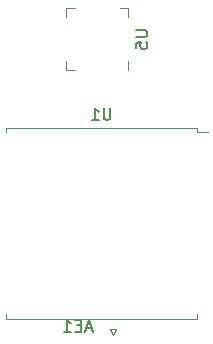
<source format=gbr>
%TF.GenerationSoftware,KiCad,Pcbnew,(6.0.2)*%
%TF.CreationDate,2022-06-15T17:14:16+10:00*%
%TF.ProjectId,RFM95_Serial_Converter_PCB,52464d39-355f-4536-9572-69616c5f436f,rev?*%
%TF.SameCoordinates,Original*%
%TF.FileFunction,Legend,Bot*%
%TF.FilePolarity,Positive*%
%FSLAX46Y46*%
G04 Gerber Fmt 4.6, Leading zero omitted, Abs format (unit mm)*
G04 Created by KiCad (PCBNEW (6.0.2)) date 2022-06-15 17:14:16*
%MOMM*%
%LPD*%
G01*
G04 APERTURE LIST*
%ADD10C,0.150000*%
%ADD11C,0.120000*%
G04 APERTURE END LIST*
D10*
%TO.C,U5*%
X78233180Y-55270495D02*
X79042704Y-55270495D01*
X79137942Y-55318114D01*
X79185561Y-55365733D01*
X79233180Y-55460971D01*
X79233180Y-55651447D01*
X79185561Y-55746685D01*
X79137942Y-55794304D01*
X79042704Y-55841923D01*
X78233180Y-55841923D01*
X78233180Y-56794304D02*
X78233180Y-56318114D01*
X78709371Y-56270495D01*
X78661752Y-56318114D01*
X78614133Y-56413352D01*
X78614133Y-56651447D01*
X78661752Y-56746685D01*
X78709371Y-56794304D01*
X78804609Y-56841923D01*
X79042704Y-56841923D01*
X79137942Y-56794304D01*
X79185561Y-56746685D01*
X79233180Y-56651447D01*
X79233180Y-56413352D01*
X79185561Y-56318114D01*
X79137942Y-56270495D01*
%TO.C,AE1*%
X74493666Y-80506166D02*
X74017476Y-80506166D01*
X74588904Y-80791880D02*
X74255571Y-79791880D01*
X73922238Y-80791880D01*
X73588904Y-80268071D02*
X73255571Y-80268071D01*
X73112714Y-80791880D02*
X73588904Y-80791880D01*
X73588904Y-79791880D01*
X73112714Y-79791880D01*
X72160333Y-80791880D02*
X72731761Y-80791880D01*
X72446047Y-80791880D02*
X72446047Y-79791880D01*
X72541285Y-79934738D01*
X72636523Y-80029976D01*
X72731761Y-80077595D01*
%TO.C,U1*%
X76098304Y-61880380D02*
X76098304Y-62689904D01*
X76050685Y-62785142D01*
X76003066Y-62832761D01*
X75907828Y-62880380D01*
X75717352Y-62880380D01*
X75622114Y-62832761D01*
X75574495Y-62785142D01*
X75526876Y-62689904D01*
X75526876Y-61880380D01*
X74526876Y-62880380D02*
X75098304Y-62880380D01*
X74812590Y-62880380D02*
X74812590Y-61880380D01*
X74907828Y-62023238D01*
X75003066Y-62118476D01*
X75098304Y-62166095D01*
D11*
%TO.C,U5*%
X77590800Y-57917400D02*
X77590800Y-58642400D01*
X72370800Y-58642400D02*
X73095800Y-58642400D01*
X77590800Y-53422400D02*
X76865800Y-53422400D01*
X77590800Y-54147400D02*
X77590800Y-53422400D01*
X72370800Y-54147400D02*
X72370800Y-53422400D01*
X72370800Y-57917400D02*
X72370800Y-58642400D01*
X72370800Y-53422400D02*
X73095800Y-53422400D01*
%TO.C,AE1*%
X76327000Y-81089500D02*
X76077000Y-80589500D01*
X76577000Y-80589500D02*
X76327000Y-81089500D01*
X76077000Y-80589500D02*
X76577000Y-80589500D01*
%TO.C,U1*%
X67236400Y-63528000D02*
X67236400Y-63928000D01*
X67236400Y-79728000D02*
X67236400Y-79328000D01*
X83436400Y-79328000D02*
X83436400Y-79728000D01*
X83436400Y-63878000D02*
X84336400Y-63878000D01*
X83436400Y-63528000D02*
X67236400Y-63528000D01*
X83436400Y-63528000D02*
X83436400Y-63878000D01*
X83436400Y-79728000D02*
X67236400Y-79728000D01*
%TD*%
M02*

</source>
